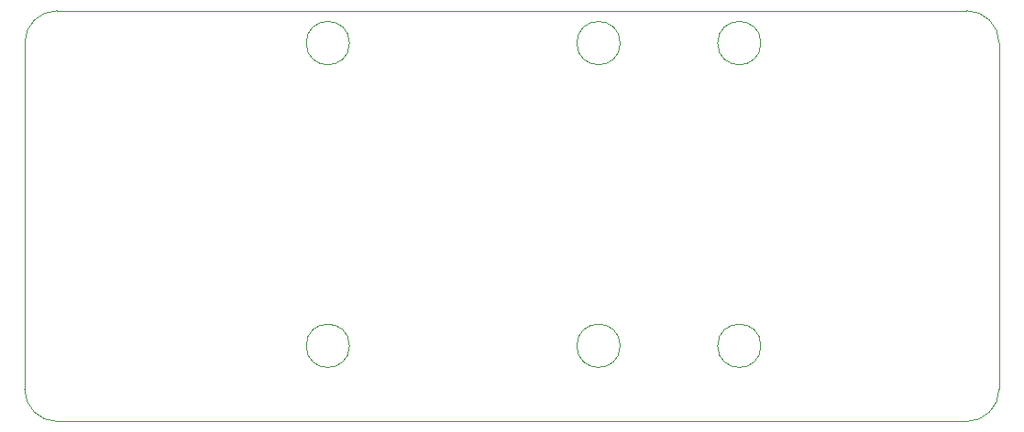
<source format=gbr>
%TF.GenerationSoftware,KiCad,Pcbnew,(5.1.9)-1*%
%TF.CreationDate,2021-06-05T18:29:07-04:00*%
%TF.ProjectId,SMD_Filter,534d445f-4669-46c7-9465-722e6b696361,rev?*%
%TF.SameCoordinates,Original*%
%TF.FileFunction,Profile,NP*%
%FSLAX46Y46*%
G04 Gerber Fmt 4.6, Leading zero omitted, Abs format (unit mm)*
G04 Created by KiCad (PCBNEW (5.1.9)-1) date 2021-06-05 18:29:07*
%MOMM*%
%LPD*%
G01*
G04 APERTURE LIST*
%TA.AperFunction,Profile*%
%ADD10C,0.050000*%
%TD*%
G04 APERTURE END LIST*
D10*
X168000000Y-74000000D02*
G75*
G03*
X168000000Y-74000000I-2000000J0D01*
G01*
X155000000Y-74000000D02*
G75*
G03*
X155000000Y-74000000I-2000000J0D01*
G01*
X130000000Y-74000000D02*
G75*
G03*
X130000000Y-74000000I-2000000J0D01*
G01*
X168000000Y-102000000D02*
G75*
G03*
X168000000Y-102000000I-2000000J0D01*
G01*
X155000000Y-102000000D02*
G75*
G03*
X155000000Y-102000000I-2000000J0D01*
G01*
X130000000Y-102000000D02*
G75*
G03*
X130000000Y-102000000I-2000000J0D01*
G01*
X187000000Y-71000000D02*
G75*
G02*
X190000000Y-74000000I0J-3000000D01*
G01*
X190000000Y-106000000D02*
G75*
G02*
X187000000Y-109000000I-3000000J0D01*
G01*
X103000000Y-109000000D02*
G75*
G02*
X100000000Y-106000000I0J3000000D01*
G01*
X100000000Y-74000000D02*
G75*
G02*
X103000000Y-71000000I3000000J0D01*
G01*
X100000000Y-74000000D02*
X100000000Y-106000000D01*
X187000000Y-71000000D02*
X103000000Y-71000000D01*
X190000000Y-106000000D02*
X190000000Y-74000000D01*
X103000000Y-109000000D02*
X187000000Y-109000000D01*
M02*

</source>
